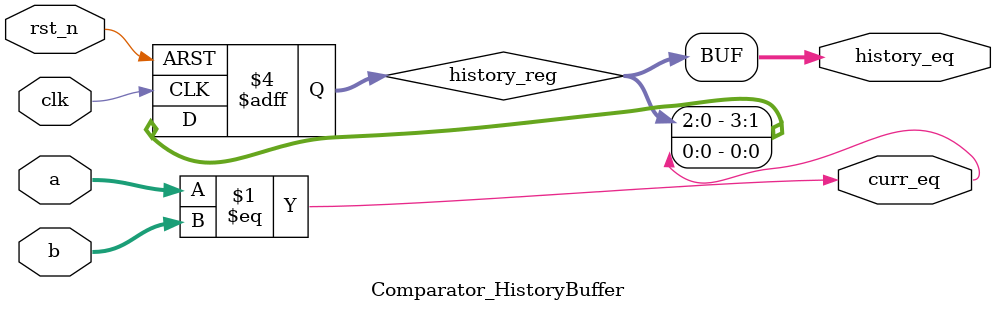
<source format=sv>
module Comparator_HistoryBuffer #(
    parameter WIDTH = 8,
    parameter HISTORY_DEPTH = 4 // 存储深度可配置
)(
    input               clk,
    input               rst_n,
    input  [WIDTH-1:0]  a,b,
    output              curr_eq,
    output [HISTORY_DEPTH-1:0] history_eq
);
    reg [HISTORY_DEPTH-1:0] history_reg;
    
    assign curr_eq = (a == b);
    
    always @(posedge clk or negedge rst_n) begin
        if (!rst_n) history_reg <= {HISTORY_DEPTH{1'b0}};
        else        history_reg <= {history_reg[HISTORY_DEPTH-2:0], curr_eq};
    end
    
    assign history_eq = history_reg;
endmodule
</source>
